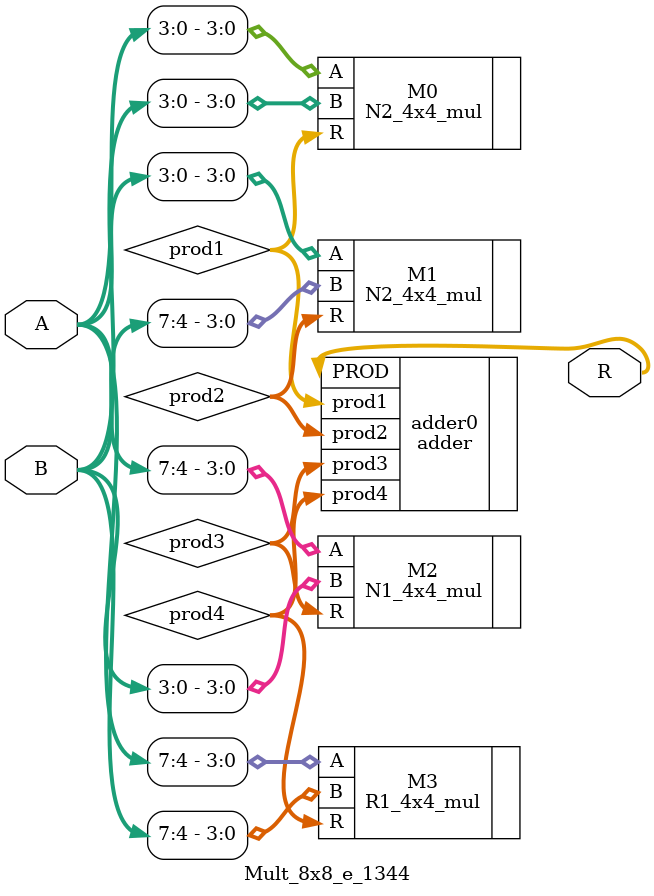
<source format=v>
module Mult_8x8_e_1344(
input [7:0] A,
input [7:0] B,
output [15:0]R
);
wire [7:0]prod1;
wire [7:0]prod2;
wire [7:0]prod3;
wire [7:0]prod4;

N2_4x4_mul M0(.A(A[3:0]),.B(B[3:0]),.R(prod1));
N2_4x4_mul M1(.A(A[3:0]),.B(B[7:4]),.R(prod2));
N1_4x4_mul M2(.A(A[7:4]),.B(B[3:0]),.R(prod3));
R1_4x4_mul M3(.A(A[7:4]),.B(B[7:4]),.R(prod4));
adder adder0(.prod1(prod1),.prod2(prod2),.prod3(prod3),.prod4(prod4),.PROD(R));
endmodule

</source>
